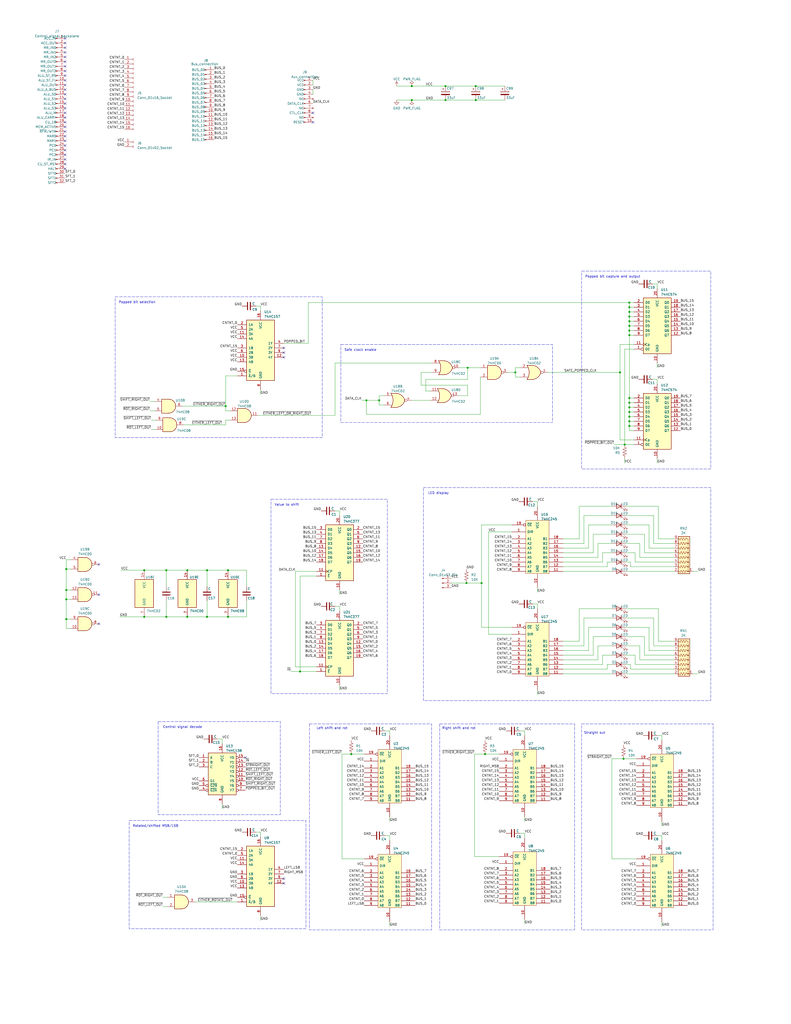
<source format=kicad_sch>
(kicad_sch (version 20230121) (generator eeschema)
  (paper "C" portrait)
  (junction (at 343.535 170.18))
  (junction (at 163.83 366.395))
  (junction (at 262.89 318.135))
  (junction (at 78.74 311.15))
  (junction (at 36.195 327.025))
  (junction (at 102.235 336.55))
  (junction (at 243.205 54.61))
  (junction (at 255.27 200.66))
  (junction (at 338.455 203.2))
  (junction (at 343.535 182.88))
  (junction (at 343.535 175.26))
  (junction (at 343.535 232.41))
  (junction (at 343.535 217.17))
  (junction (at 281.305 203.2))
  (junction (at 36.195 337.82))
  (junction (at 224.79 54.61))
  (junction (at 343.535 167.64))
  (junction (at 124.46 336.55))
  (junction (at 90.805 336.55))
  (junction (at 36.195 321.945))
  (junction (at 340.995 242.57))
  (junction (at 343.535 222.25))
  (junction (at 102.235 311.15))
  (junction (at 343.535 227.33))
  (junction (at 243.205 46.99))
  (junction (at 340.36 414.02))
  (junction (at 254.635 318.135))
  (junction (at 343.535 229.87))
  (junction (at 207.01 218.44))
  (junction (at 343.535 177.8))
  (junction (at 343.535 165.1))
  (junction (at 259.715 46.99))
  (junction (at 191.77 411.48))
  (junction (at 124.46 311.15))
  (junction (at 259.715 54.61))
  (junction (at 113.03 336.55))
  (junction (at 78.74 336.55))
  (junction (at 264.795 411.48))
  (junction (at 36.195 310.515))
  (junction (at 343.535 224.79))
  (junction (at 224.79 46.99))
  (junction (at 123.19 221.615))
  (junction (at 343.535 172.72))
  (junction (at 200.025 218.44))
  (junction (at 90.805 311.15))
  (junction (at 343.535 219.71))
  (junction (at 113.03 311.15))
  (junction (at 343.535 180.34))
  (no_connect (at 35.56 66.675))
  (no_connect (at 154.94 189.865))
  (no_connect (at 35.56 38.735))
  (no_connect (at 35.56 33.655))
  (no_connect (at 35.56 26.035))
  (no_connect (at 53.975 324.485))
  (no_connect (at 35.56 53.975))
  (no_connect (at 35.56 28.575))
  (no_connect (at 35.56 61.595))
  (no_connect (at 154.94 192.405))
  (no_connect (at 35.56 71.755))
  (no_connect (at 154.94 479.425))
  (no_connect (at 35.56 69.215))
  (no_connect (at 35.56 86.995))
  (no_connect (at 35.56 89.535))
  (no_connect (at 133.985 413.385))
  (no_connect (at 35.56 92.075))
  (no_connect (at 35.56 46.355))
  (no_connect (at 53.975 340.36))
  (no_connect (at 154.94 194.945))
  (no_connect (at 35.56 36.195))
  (no_connect (at 35.56 48.895))
  (no_connect (at 170.815 66.675))
  (no_connect (at 35.56 59.055))
  (no_connect (at 35.56 41.275))
  (no_connect (at 35.56 43.815))
  (no_connect (at 35.56 79.375))
  (no_connect (at 170.815 61.595))
  (no_connect (at 35.56 23.495))
  (no_connect (at 154.94 481.965))
  (no_connect (at 35.56 20.955))
  (no_connect (at 35.56 84.455))
  (no_connect (at 35.56 76.835))
  (no_connect (at 35.56 51.435))
  (no_connect (at 35.56 64.135))
  (no_connect (at 35.56 56.515))
  (no_connect (at 53.975 307.975))
  (no_connect (at 35.56 81.915))
  (no_connect (at 35.56 74.295))
  (no_connect (at 35.56 31.115))
  (wire (pts (xy 359.41 332.105) (xy 359.41 349.885)))
  (wire (pts (xy 343.535 227.33) (xy 343.535 229.87)))
  (wire (pts (xy 243.205 46.99) (xy 259.715 46.99)))
  (wire (pts (xy 328.93 301.625) (xy 328.93 306.705)))
  (wire (pts (xy 259.08 467.36) (xy 272.415 467.36)))
  (wire (pts (xy 343.535 219.71) (xy 343.535 217.17)))
  (wire (pts (xy 134.62 336.55) (xy 134.62 327.66)))
  (wire (pts (xy 359.41 349.885) (xy 368.3 349.885)))
  (wire (pts (xy 172.72 314.325) (xy 163.83 314.325)))
  (wire (pts (xy 356.87 281.305) (xy 341.63 281.305)))
  (wire (pts (xy 36.195 310.515) (xy 38.735 310.515)))
  (wire (pts (xy 335.28 242.57) (xy 340.995 242.57)))
  (wire (pts (xy 246.38 318.135) (xy 254.635 318.135)))
  (wire (pts (xy 343.535 224.79) (xy 343.535 227.33)))
  (wire (pts (xy 113.03 336.55) (xy 124.46 336.55)))
  (wire (pts (xy 161.29 363.855) (xy 161.29 311.785)))
  (wire (pts (xy 361.315 502.92) (xy 361.315 505.46)))
  (wire (pts (xy 316.23 349.885) (xy 316.23 332.105)))
  (wire (pts (xy 326.39 296.545) (xy 334.01 296.545)))
  (wire (pts (xy 207.01 220.98) (xy 207.01 218.44)))
  (wire (pts (xy 334.01 301.625) (xy 328.93 301.625)))
  (wire (pts (xy 142.24 454.025) (xy 139.7 454.025)))
  (wire (pts (xy 346.075 170.18) (xy 343.535 170.18)))
  (wire (pts (xy 129.54 205.105) (xy 123.19 205.105)))
  (wire (pts (xy 351.79 301.625) (xy 351.79 291.465)))
  (wire (pts (xy 368.3 362.585) (xy 346.71 362.585)))
  (wire (pts (xy 259.715 54.61) (xy 275.59 54.61)))
  (wire (pts (xy 293.37 276.225) (xy 293.37 273.685)))
  (wire (pts (xy 323.85 357.505) (xy 307.34 357.505)))
  (wire (pts (xy 307.34 367.665) (xy 334.01 367.665)))
  (wire (pts (xy 358.775 207.01) (xy 356.235 207.01)))
  (wire (pts (xy 293.37 332.105) (xy 293.37 329.565)))
  (wire (pts (xy 331.47 365.125) (xy 331.47 362.585)))
  (wire (pts (xy 255.27 200.66) (xy 255.27 207.01)))
  (wire (pts (xy 186.69 468.63) (xy 198.755 468.63)))
  (wire (pts (xy 358.775 198.12) (xy 358.775 200.66)))
  (wire (pts (xy 354.33 354.965) (xy 368.3 354.965)))
  (wire (pts (xy 351.79 347.345) (xy 341.63 347.345)))
  (wire (pts (xy 124.46 336.55) (xy 134.62 336.55)))
  (wire (pts (xy 318.77 296.545) (xy 307.34 296.545)))
  (wire (pts (xy 283.845 200.66) (xy 281.305 200.66)))
  (wire (pts (xy 346.075 177.8) (xy 343.535 177.8)))
  (wire (pts (xy 212.725 398.78) (xy 210.185 398.78)))
  (wire (pts (xy 358.775 250.19) (xy 358.775 252.73)))
  (wire (pts (xy 343.535 180.34) (xy 343.535 177.8)))
  (wire (pts (xy 343.535 222.25) (xy 346.075 222.25)))
  (wire (pts (xy 88.9 489.585) (xy 91.44 489.585)))
  (wire (pts (xy 185.42 278.765) (xy 182.88 278.765)))
  (wire (pts (xy 200.025 226.06) (xy 262.255 226.06)))
  (wire (pts (xy 334.01 291.465) (xy 323.85 291.465)))
  (wire (pts (xy 243.205 54.61) (xy 259.715 54.61)))
  (wire (pts (xy 106.68 492.125) (xy 129.54 492.125)))
  (wire (pts (xy 255.27 210.185) (xy 255.27 215.9)))
  (wire (pts (xy 351.79 291.465) (xy 341.63 291.465)))
  (wire (pts (xy 123.19 224.155) (xy 125.73 224.155)))
  (wire (pts (xy 216.535 46.99) (xy 224.79 46.99)))
  (wire (pts (xy 307.34 349.885) (xy 316.23 349.885)))
  (wire (pts (xy 279.4 342.265) (xy 262.89 342.265)))
  (wire (pts (xy 293.37 376.555) (xy 293.37 379.095)))
  (wire (pts (xy 78.74 311.15) (xy 90.805 311.15)))
  (wire (pts (xy 90.805 327.66) (xy 90.805 336.55)))
  (wire (pts (xy 351.79 357.505) (xy 351.79 347.345)))
  (wire (pts (xy 378.46 367.665) (xy 381 367.665)))
  (wire (pts (xy 359.41 276.225) (xy 359.41 294.005)))
  (wire (pts (xy 81.915 219.075) (xy 84.455 219.075)))
  (wire (pts (xy 343.535 182.88) (xy 343.535 180.34)))
  (wire (pts (xy 172.72 363.855) (xy 161.29 363.855)))
  (wire (pts (xy 262.89 342.265) (xy 262.89 318.135)))
  (wire (pts (xy 323.85 347.345) (xy 323.85 357.505)))
  (wire (pts (xy 343.535 182.88) (xy 343.535 217.17)))
  (wire (pts (xy 316.23 294.005) (xy 316.23 276.225)))
  (wire (pts (xy 368.3 301.625) (xy 351.79 301.625)))
  (wire (pts (xy 224.79 218.44) (xy 234.95 218.44)))
  (wire (pts (xy 286.385 445.77) (xy 286.385 448.31)))
  (wire (pts (xy 334.01 347.345) (xy 323.85 347.345)))
  (wire (pts (xy 307.34 365.125) (xy 331.47 365.125)))
  (wire (pts (xy 185.42 281.305) (xy 185.42 278.765)))
  (wire (pts (xy 361.315 458.47) (xy 361.315 455.93)))
  (wire (pts (xy 343.535 224.79) (xy 346.075 224.79)))
  (wire (pts (xy 209.55 220.98) (xy 207.01 220.98)))
  (wire (pts (xy 286.385 501.65) (xy 286.385 504.19)))
  (wire (pts (xy 185.42 374.015) (xy 185.42 376.555)))
  (wire (pts (xy 307.34 304.165) (xy 326.39 304.165)))
  (wire (pts (xy 361.315 448.31) (xy 361.315 450.85)))
  (wire (pts (xy 343.535 172.72) (xy 343.535 170.18)))
  (wire (pts (xy 272.415 411.48) (xy 264.795 411.48)))
  (wire (pts (xy 356.87 296.545) (xy 356.87 281.305)))
  (wire (pts (xy 356.87 337.185) (xy 341.63 337.185)))
  (wire (pts (xy 343.535 227.33) (xy 346.075 227.33)))
  (wire (pts (xy 125.73 229.235) (xy 123.19 229.235)))
  (wire (pts (xy 170.815 48.895) (xy 170.815 51.435)))
  (wire (pts (xy 212.725 455.93) (xy 210.185 455.93)))
  (wire (pts (xy 229.87 203.2) (xy 229.87 210.185)))
  (wire (pts (xy 36.195 305.435) (xy 38.735 305.435)))
  (wire (pts (xy 340.36 414.02) (xy 334.01 414.02)))
  (wire (pts (xy 307.34 294.005) (xy 316.23 294.005)))
  (wire (pts (xy 358.775 209.55) (xy 358.775 207.01)))
  (wire (pts (xy 343.535 170.18) (xy 343.535 167.64)))
  (wire (pts (xy 349.25 304.165) (xy 368.3 304.165)))
  (wire (pts (xy 328.93 362.585) (xy 307.34 362.585)))
  (wire (pts (xy 121.285 403.225) (xy 118.745 403.225)))
  (wire (pts (xy 168.275 187.325) (xy 154.94 187.325)))
  (wire (pts (xy 88.9 494.665) (xy 91.44 494.665)))
  (wire (pts (xy 163.83 314.325) (xy 163.83 366.395)))
  (wire (pts (xy 343.535 229.87) (xy 343.535 232.41)))
  (wire (pts (xy 341.63 362.585) (xy 344.17 362.585)))
  (wire (pts (xy 343.535 232.41) (xy 346.075 232.41)))
  (wire (pts (xy 200.025 218.44) (xy 200.025 226.06)))
  (wire (pts (xy 323.85 291.465) (xy 323.85 301.625)))
  (wire (pts (xy 341.63 311.785) (xy 368.3 311.785)))
  (wire (pts (xy 343.535 175.26) (xy 343.535 172.72)))
  (wire (pts (xy 368.3 352.425) (xy 356.87 352.425)))
  (wire (pts (xy 207.01 218.44) (xy 207.01 215.9)))
  (wire (pts (xy 326.39 352.425) (xy 334.01 352.425)))
  (wire (pts (xy 338.455 187.96) (xy 338.455 203.2)))
  (wire (pts (xy 259.715 46.99) (xy 275.59 46.99)))
  (wire (pts (xy 90.805 311.15) (xy 90.805 320.04)))
  (wire (pts (xy 349.25 352.425) (xy 349.25 360.045)))
  (wire (pts (xy 185.42 333.375) (xy 185.42 330.835)))
  (wire (pts (xy 250.825 200.66) (xy 255.27 200.66)))
  (wire (pts (xy 368.3 296.545) (xy 356.87 296.545)))
  (wire (pts (xy 255.27 207.01) (xy 232.41 207.01)))
  (wire (pts (xy 90.805 336.55) (xy 102.235 336.55)))
  (wire (pts (xy 158.75 366.395) (xy 163.83 366.395)))
  (wire (pts (xy 316.23 332.105) (xy 334.01 332.105)))
  (wire (pts (xy 102.235 336.55) (xy 113.03 336.55)))
  (wire (pts (xy 346.71 301.625) (xy 341.63 301.625)))
  (wire (pts (xy 344.17 309.245) (xy 368.3 309.245)))
  (wire (pts (xy 341.63 332.105) (xy 359.41 332.105)))
  (wire (pts (xy 354.33 286.385) (xy 354.33 299.085)))
  (wire (pts (xy 328.93 306.705) (xy 307.34 306.705)))
  (wire (pts (xy 36.195 305.435) (xy 36.195 310.515)))
  (wire (pts (xy 264.795 411.48) (xy 259.08 411.48)))
  (wire (pts (xy 266.7 290.195) (xy 266.7 346.075)))
  (wire (pts (xy 358.775 157.48) (xy 358.775 154.94)))
  (wire (pts (xy 36.195 327.025) (xy 36.195 337.82)))
  (wire (pts (xy 341.63 342.265) (xy 354.33 342.265)))
  (wire (pts (xy 36.195 321.945) (xy 38.735 321.945)))
  (wire (pts (xy 191.77 411.48) (xy 198.755 411.48)))
  (wire (pts (xy 346.71 306.705) (xy 346.71 301.625)))
  (wire (pts (xy 346.075 187.96) (xy 338.455 187.96)))
  (wire (pts (xy 186.69 411.48) (xy 186.69 468.63)))
  (wire (pts (xy 286.385 457.2) (xy 286.385 454.66)))
  (wire (pts (xy 65.405 336.55) (xy 78.74 336.55)))
  (wire (pts (xy 338.455 203.2) (xy 338.455 240.03)))
  (wire (pts (xy 358.775 154.94) (xy 356.235 154.94)))
  (wire (pts (xy 326.39 304.165) (xy 326.39 296.545)))
  (wire (pts (xy 346.71 357.505) (xy 341.63 357.505)))
  (wire (pts (xy 293.37 329.565) (xy 290.83 329.565)))
  (wire (pts (xy 346.075 190.5) (xy 340.995 190.5)))
  (wire (pts (xy 212.725 445.77) (xy 212.725 448.31)))
  (wire (pts (xy 346.075 165.1) (xy 343.535 165.1)))
  (wire (pts (xy 134.62 311.15) (xy 134.62 320.04)))
  (wire (pts (xy 343.535 232.41) (xy 343.535 234.95)))
  (wire (pts (xy 124.46 311.15) (xy 134.62 311.15)))
  (wire (pts (xy 36.195 321.945) (xy 36.195 327.025)))
  (wire (pts (xy 307.34 311.785) (xy 334.01 311.785)))
  (wire (pts (xy 349.25 360.045) (xy 368.3 360.045)))
  (wire (pts (xy 142.24 456.565) (xy 142.24 454.025)))
  (wire (pts (xy 266.7 346.075) (xy 279.4 346.075)))
  (wire (pts (xy 368.3 306.705) (xy 346.71 306.705)))
  (wire (pts (xy 142.24 169.545) (xy 142.24 167.005)))
  (wire (pts (xy 161.29 311.785) (xy 172.72 311.785)))
  (wire (pts (xy 318.77 352.425) (xy 307.34 352.425)))
  (wire (pts (xy 344.17 362.585) (xy 344.17 365.125)))
  (wire (pts (xy 279.4 290.195) (xy 266.7 290.195)))
  (wire (pts (xy 341.63 367.665) (xy 368.3 367.665)))
  (wire (pts (xy 293.37 320.675) (xy 293.37 323.215)))
  (wire (pts (xy 99.695 221.615) (xy 123.19 221.615)))
  (wire (pts (xy 378.46 311.785) (xy 381 311.785)))
  (wire (pts (xy 286.385 401.32) (xy 286.385 398.78)))
  (wire (pts (xy 81.915 224.155) (xy 84.455 224.155)))
  (wire (pts (xy 307.34 360.045) (xy 326.39 360.045)))
  (wire (pts (xy 121.285 405.765) (xy 121.285 403.225)))
  (wire (pts (xy 318.77 337.185) (xy 318.77 352.425)))
  (wire (pts (xy 321.31 299.085) (xy 321.31 286.385)))
  (wire (pts (xy 343.535 217.17) (xy 346.075 217.17)))
  (wire (pts (xy 343.535 167.64) (xy 343.535 165.1)))
  (wire (pts (xy 318.77 281.305) (xy 318.77 296.545)))
  (wire (pts (xy 185.42 321.945) (xy 185.42 324.485)))
  (wire (pts (xy 331.47 306.705) (xy 334.01 306.705)))
  (wire (pts (xy 368.3 357.505) (xy 351.79 357.505)))
  (wire (pts (xy 232.41 207.01) (xy 232.41 213.36)))
  (wire (pts (xy 254.635 318.135) (xy 262.89 318.135)))
  (wire (pts (xy 235.585 198.12) (xy 182.88 198.12)))
  (wire (pts (xy 255.27 215.9) (xy 250.19 215.9)))
  (wire (pts (xy 347.345 414.02) (xy 340.36 414.02)))
  (wire (pts (xy 321.31 286.385) (xy 334.01 286.385)))
  (wire (pts (xy 163.83 366.395) (xy 172.72 366.395)))
  (wire (pts (xy 36.195 310.515) (xy 36.195 321.945)))
  (wire (pts (xy 255.27 200.66) (xy 262.255 200.66)))
  (wire (pts (xy 344.17 306.705) (xy 344.17 309.245)))
  (wire (pts (xy 36.195 327.025) (xy 38.735 327.025)))
  (wire (pts (xy 343.535 229.87) (xy 346.075 229.87)))
  (wire (pts (xy 341.63 296.545) (xy 349.25 296.545)))
  (wire (pts (xy 113.03 327.66) (xy 113.03 336.55)))
  (wire (pts (xy 142.24 167.005) (xy 139.7 167.005)))
  (wire (pts (xy 349.25 296.545) (xy 349.25 304.165)))
  (wire (pts (xy 216.535 54.61) (xy 224.79 54.61)))
  (wire (pts (xy 359.41 294.005) (xy 368.3 294.005)))
  (wire (pts (xy 341.63 286.385) (xy 354.33 286.385)))
  (wire (pts (xy 168.275 165.1) (xy 168.275 187.325)))
  (wire (pts (xy 331.47 362.585) (xy 334.01 362.585)))
  (wire (pts (xy 341.63 352.425) (xy 349.25 352.425)))
  (wire (pts (xy 361.315 403.86) (xy 361.315 401.32)))
  (wire (pts (xy 90.805 311.15) (xy 102.235 311.15)))
  (wire (pts (xy 316.23 276.225) (xy 334.01 276.225)))
  (wire (pts (xy 346.075 219.71) (xy 343.535 219.71)))
  (wire (pts (xy 182.88 198.12) (xy 182.88 226.695)))
  (wire (pts (xy 262.89 318.135) (xy 262.89 286.385)))
  (wire (pts (xy 66.04 311.15) (xy 78.74 311.15)))
  (wire (pts (xy 346.075 175.26) (xy 343.535 175.26)))
  (wire (pts (xy 121.285 438.785) (xy 121.285 441.325)))
  (wire (pts (xy 224.79 54.61) (xy 243.205 54.61)))
  (wire (pts (xy 334.01 357.505) (xy 328.93 357.505)))
  (wire (pts (xy 361.315 401.32) (xy 358.775 401.32)))
  (wire (pts (xy 340.995 252.73) (xy 340.995 250.19)))
  (wire (pts (xy 123.19 229.235) (xy 123.19 231.775)))
  (wire (pts (xy 346.075 172.72) (xy 343.535 172.72)))
  (wire (pts (xy 286.385 454.66) (xy 283.845 454.66)))
  (wire (pts (xy 142.24 499.745) (xy 142.24 502.285)))
  (wire (pts (xy 343.535 177.8) (xy 343.535 175.26)))
  (wire (pts (xy 113.03 311.15) (xy 124.46 311.15)))
  (wire (pts (xy 262.255 226.06) (xy 262.255 205.74)))
  (wire (pts (xy 212.725 458.47) (xy 212.725 455.93)))
  (wire (pts (xy 321.31 354.965) (xy 321.31 342.265)))
  (wire (pts (xy 334.01 337.185) (xy 318.77 337.185)))
  (wire (pts (xy 100.33 231.775) (xy 123.19 231.775)))
  (wire (pts (xy 102.235 311.15) (xy 113.03 311.15)))
  (wire (pts (xy 321.31 342.265) (xy 334.01 342.265)))
  (wire (pts (xy 341.63 276.225) (xy 359.41 276.225)))
  (wire (pts (xy 354.33 299.085) (xy 368.3 299.085)))
  (wire (pts (xy 343.535 222.25) (xy 343.535 224.79)))
  (wire (pts (xy 259.08 411.48) (xy 259.08 467.36)))
  (wire (pts (xy 346.71 362.585) (xy 346.71 357.505)))
  (wire (pts (xy 212.725 401.32) (xy 212.725 398.78)))
  (wire (pts (xy 341.63 306.705) (xy 344.17 306.705)))
  (wire (pts (xy 299.085 203.2) (xy 338.455 203.2)))
  (wire (pts (xy 331.47 309.245) (xy 331.47 306.705)))
  (wire (pts (xy 123.19 205.105) (xy 123.19 221.615)))
  (wire (pts (xy 36.195 337.82) (xy 36.195 342.9)))
  (wire (pts (xy 200.025 218.44) (xy 207.01 218.44)))
  (wire (pts (xy 142.24 212.725) (xy 142.24 215.265)))
  (wire (pts (xy 113.03 311.15) (xy 113.03 320.04)))
  (wire (pts (xy 346.075 167.64) (xy 343.535 167.64)))
  (wire (pts (xy 140.97 226.695) (xy 182.88 226.695)))
  (wire (pts (xy 82.55 234.315) (xy 85.09 234.315)))
  (wire (pts (xy 170.815 43.815) (xy 170.815 46.355)))
  (wire (pts (xy 123.19 221.615) (xy 123.19 224.155)))
  (wire (pts (xy 307.34 309.245) (xy 331.47 309.245)))
  (wire (pts (xy 354.33 342.265) (xy 354.33 354.965)))
  (wire (pts (xy 197.485 218.44) (xy 200.025 218.44)))
  (wire (pts (xy 286.385 398.78) (xy 283.845 398.78)))
  (wire (pts (xy 334.01 281.305) (xy 318.77 281.305)))
  (wire (pts (xy 207.01 215.9) (xy 209.55 215.9)))
  (wire (pts (xy 36.195 342.9) (xy 38.735 342.9)))
  (wire (pts (xy 307.34 299.085) (xy 321.31 299.085)))
  (wire (pts (xy 343.535 219.71) (xy 343.535 222.25)))
  (wire (pts (xy 212.725 502.92) (xy 212.725 505.46)))
  (wire (pts (xy 344.17 365.125) (xy 368.3 365.125)))
  (wire (pts (xy 338.455 240.03) (xy 346.075 240.03)))
  (wire (pts (xy 323.85 301.625) (xy 307.34 301.625)))
  (wire (pts (xy 346.075 180.34) (xy 343.535 180.34)))
  (wire (pts (xy 235.585 203.2) (xy 229.87 203.2)))
  (wire (pts (xy 334.01 468.63) (xy 347.345 468.63)))
  (wire (pts (xy 281.305 200.66) (xy 281.305 203.2)))
  (wire (pts (xy 343.535 234.95) (xy 346.075 234.95)))
  (wire (pts (xy 307.34 354.965) (xy 321.31 354.965)))
  (wire (pts (xy 281.305 205.74) (xy 283.845 205.74)))
  (wire (pts (xy 326.39 360.045) (xy 326.39 352.425)))
  (wire (pts (xy 186.69 411.48) (xy 191.77 411.48)))
  (wire (pts (xy 78.74 336.55) (xy 90.805 336.55)))
  (wire (pts (xy 82.55 229.235) (xy 85.09 229.235)))
  (wire (pts (xy 168.275 165.1) (xy 343.535 165.1)))
  (wire (pts (xy 340.995 242.57) (xy 346.075 242.57)))
  (wire (pts (xy 328.93 357.505) (xy 328.93 362.585)))
  (wire (pts (xy 262.89 286.385) (xy 279.4 286.385)))
  (wire (pts (xy 293.37 273.685) (xy 290.83 273.685)))
  (wire (pts (xy 281.305 203.2) (xy 281.305 205.74)))
  (wire (pts (xy 232.41 213.36) (xy 234.95 213.36)))
  (wire (pts (xy 277.495 203.2) (xy 281.305 203.2)))
  (wire (pts (xy 346.075 182.88) (xy 343.535 182.88)))
  (wire (pts (xy 229.87 210.185) (xy 255.27 210.185)))
  (wire (pts (xy 185.42 330.835) (xy 182.88 330.835)))
  (wire (pts (xy 224.79 46.99) (xy 243.205 46.99)))
  (wire (pts (xy 36.195 337.82) (xy 38.735 337.82)))
  (wire (pts (xy 361.315 455.93) (xy 358.775 455.93)))
  (wire (pts (xy 340.995 190.5) (xy 340.995 242.57)))
  (wire (pts (xy 356.87 352.425) (xy 356.87 337.185)))
  (wire (pts (xy 334.01 414.02) (xy 334.01 468.63)))
  (rectangle (start 147.955 272.415) (end 211.455 378.46) (stroke (width 0) (type dash)))
  (rectangle (start 62.865 161.925) (end 175.895 238.76) (stroke (width 0) (type dash)))
  (rectangle (start 317.5 147.955) (end 387.985 255.905) (stroke (width 0) (type dash)))
  (rectangle (start 70.485 447.675) (end 167.005 506.73) (stroke (width 0) (type dash)))
  (rectangle (start 186.055 187.96) (end 301.625 230.505) (stroke (width 0) (type dash)))
  (rectangle (start 168.91 394.97) (end 235.585 507.365) (stroke (width 0) (type dash)))
  (rectangle (start 240.03 394.97) (end 313.69 507.365) (stroke (width 0) (type dash)))
  (rectangle (start 86.36 393.7) (end 153.035 444.5) (stroke (width 0) (type dash)))
  (rectangle (start 231.14 266.065) (end 387.985 382.27) (stroke (width 0) (type dash)))
  (rectangle (start 317.5 394.97) (end 389.255 507.365) (stroke (width 0) (type dash)))
  (text "Control signal decode" (at 88.9 397.51 0) (effects (font (size 1.27 1.27)) (justify left bottom)))
  (text "Safe clock enable" (at 187.96 191.77 0) (effects (font (size 1.27 1.27)) (justify left bottom)))
  (text "Value to shift" (at 149.86 276.225 0) (effects (font (size 1.27 1.27)) (justify left bottom)))
  (text "Rotated/shifted MSB/LSB" (at 72.39 451.485 0) (effects (font (size 1.27 1.27)) (justify left bottom)))
  (text "Left shift and rot" (at 172.72 398.145 0) (effects (font (size 1.27 1.27)) (justify left bottom)))
  (text "Straight out" (at 318.77 400.685 0) (effects (font (size 1.27 1.27)) (justify left bottom)))
  (text "Right shift and rot" (at 241.3 398.145 0) (effects (font (size 1.27 1.27)) (justify left bottom)))
  (text "LED display" (at 233.68 269.875 0) (effects (font (size 1.27 1.27)) (justify left bottom)))
  (text "Popped bit capture and output" (at 319.405 151.765 0) (effects (font (size 1.27 1.27)) (justify left bottom)))
  (text "Popped bit selection" (at 64.77 165.735 0) (effects (font (size 1.27 1.27)) (justify left bottom)))
  (label "CNTNT_13" (at 198.755 421.64 180))
  (label "BUS_10" (at 172.72 301.625 180))
  (label "BUS_6" (at 371.475 219.71 0))
  (label "VCC" (at 361.315 401.32 0))
  (label "BUS_7" (at 226.695 476.25 0))
  (label "GND" (at 111.125 403.225 180))
  (label "BUS_14" (at 371.475 167.64 0))
  (label "CNTNT_1" (at 198.12 348.615 0))
  (label "CNTNT_15" (at 198.12 288.925 0))
  (label "CNTNT_8" (at 67.945 52.705 180))
  (label "~{STRAIGHT_OUT}" (at 133.985 418.465 0))
  (label "GND" (at 232.41 54.61 0))
  (label "BUS_9" (at 371.475 180.34 0))
  (label "BUS_7" (at 371.475 217.17 0))
  (label "BUS_15" (at 226.695 419.1 0))
  (label "BUS_7" (at 172.72 340.995 180))
  (label "CNTNT_4" (at 67.945 42.545 180))
  (label "CNTNT_0" (at 279.4 367.665 180))
  (label "~{EITHER_LEFT_OR_RIGHT_OUT}" (at 143.51 226.695 0))
  (label "BUS_3" (at 116.84 45.72 0))
  (label "~{EITHER_RIGHT_OUT}" (at 259.08 411.48 180))
  (label "VCC" (at 67.945 77.47 180))
  (label "BUS_6" (at 375.285 478.79 0))
  (label "CNTNT_10" (at 67.945 57.785 180))
  (label "CNTNT_3" (at 279.4 360.045 180))
  (label "~{SHIFT_RIGHT_OUT}" (at 133.985 428.625 0))
  (label "LEFT_LSB" (at 154.94 474.345 0))
  (label "GND" (at 351.155 455.93 180))
  (label "CNTNT_2" (at 347.345 488.95 180))
  (label "BUS_1" (at 226.695 491.49 0))
  (label "BUS_3" (at 226.695 486.41 0))
  (label "GND" (at 142.24 215.265 0))
  (label "GND" (at 129.54 202.565 180))
  (label "BUS_15" (at 172.72 288.925 180))
  (label "BUS_13" (at 375.285 426.72 0))
  (label "CNTNT_3" (at 198.12 346.075 0))
  (label "VCC" (at 212.725 455.93 0))
  (label "CNTNT_8" (at 198.12 299.085 0))
  (label "BUS_3" (at 375.285 486.41 0))
  (label "BUS_7" (at 116.84 55.88 0))
  (label "VCC" (at 129.54 481.965 180))
  (label "GND" (at 129.54 489.585 180))
  (label "CNTNT_10" (at 279.4 306.705 180))
  (label "CNTNT_0" (at 129.54 466.725 180))
  (label "GND" (at 185.42 376.555 0))
  (label "CNTNT_9" (at 198.12 296.545 0))
  (label "CNTNT_8" (at 279.4 311.785 180))
  (label "CNTNT_13" (at 67.945 65.405 180))
  (label "BUS_9" (at 116.84 60.96 0))
  (label "RIGHT_MSB" (at 154.94 476.885 0))
  (label "BUS_3" (at 300.355 485.14 0))
  (label "SAFE_POPPED_CLK" (at 307.975 203.2 0))
  (label "BUS_1" (at 116.84 40.64 0))
  (label "GND" (at 254.635 310.515 0))
  (label "DATA_CLK" (at 197.485 218.44 180))
  (label "GND" (at 381 311.785 0))
  (label "BUS_14" (at 300.355 421.64 0))
  (label "SFT_2" (at 108.585 418.465 180))
  (label "BUS_6" (at 116.84 53.34 0))
  (label "BUS_8" (at 300.355 436.88 0))
  (label "BUS_9" (at 375.285 436.88 0))
  (label "BUS_0" (at 226.695 494.03 0))
  (label "BUS_11" (at 371.475 175.26 0))
  (label "BUS_12" (at 371.475 172.72 0))
  (label "BUS_2" (at 226.695 488.95 0))
  (label "CNTNT_0" (at 347.345 494.03 180))
  (label "CNTNT_15" (at 129.54 464.185 180))
  (label "GND" (at 276.225 454.66 180))
  (label "BUS_4" (at 375.285 483.87 0))
  (label "CNTNT_6" (at 272.415 480.06 180))
  (label "~{SHIFT_RIGHT_OUT}" (at 81.915 219.075 180))
  (label "CNTNT_7" (at 198.12 340.995 0))
  (label "SFT_2" (at 35.56 99.695 0))
  (label "VCC" (at 142.24 454.025 0))
  (label "VCC" (at 212.725 398.78 0))
  (label "BUS_9" (at 226.695 434.34 0))
  (label "BUS_8" (at 116.84 58.42 0))
  (label "CNTNT_11" (at 67.945 60.325 180))
  (label "CNTNT_6" (at 279.4 352.425 180))
  (label "LEFT_LSB" (at 198.755 494.03 180))
  (label "BUS_8" (at 172.72 299.085 180))
  (label "VCC" (at 361.315 455.93 0))
  (label "VCC" (at 108.585 426.085 180))
  (label "VCC" (at 129.54 184.785 180))
  (label "BUS_4" (at 172.72 356.235 180))
  (label "BUS_6" (at 226.695 478.79 0))
  (label "DATA_CLK" (at 161.29 311.785 180))
  (label "VCC" (at 121.285 403.225 0))
  (label "GND" (at 185.42 324.485 0))
  (label "CNTNT_1" (at 67.945 34.925 180))
  (label "CNTNT_5" (at 279.4 354.965 180))
  (label "BUS_13" (at 371.475 170.18 0))
  (label "CNTNT_10" (at 198.755 429.26 180))
  (label "GND" (at 348.615 207.01 180))
  (label "VCC" (at 36.195 305.435 180))
  (label "GND" (at 293.37 379.095 0))
  (label "BUS_2" (at 371.475 229.87 0))
  (label "CNTNT_14" (at 279.4 296.545 180))
  (label "GND" (at 108.585 428.625 180))
  (label "VCC" (at 232.41 46.99 0))
  (label "BUS_3" (at 371.475 227.33 0))
  (label "GND" (at 361.315 450.85 0))
  (label "CNTNT_5" (at 198.12 343.535 0))
  (label "~{EITHER_RIGHT_OUT}" (at 105.41 221.615 0))
  (label "GND" (at 175.26 278.765 180))
  (label "CNTNT_8" (at 198.755 434.34 180))
  (label "SFT_1" (at 35.56 97.155 0))
  (label "VCC" (at 129.54 192.405 180))
  (label "CNTNT_12" (at 198.12 304.165 0))
  (label "GND" (at 212.725 448.31 0))
  (label "BUS_9" (at 172.72 296.545 180))
  (label "CNTNT_10" (at 347.345 434.34 180))
  (label "VCC" (at 266.7 290.195 0))
  (label "CNTNT_15" (at 279.4 294.005 180))
  (label "CNTNT_12" (at 67.945 62.865 180))
  (label "VCC" (at 358.775 207.01 0))
  (label "CNTNT_3" (at 347.345 486.41 180))
  (label "BUS_14" (at 375.285 424.18 0))
  (label "BUS_2" (at 300.355 487.68 0))
  (label "CNTNT_4" (at 198.755 481.33 180))
  (label "CNTNT_2" (at 272.415 490.22 180))
  (label "CNTNT_7" (at 279.4 349.885 180))
  (label "GND" (at 358.775 252.73 0))
  (label "BUS_7" (at 375.285 476.25 0))
  (label "BUS_12" (at 172.72 304.165 180))
  (label "CNTNT_15" (at 272.415 421.64 180))
  (label "~{ROT_RIGHT_OUT}" (at 81.915 224.155 180))
  (label "GND" (at 175.26 330.835 180))
  (label "~{SHIFT_LEFT_OUT}" (at 82.55 229.235 180))
  (label "BUS_5" (at 300.355 480.06 0))
  (label "GND" (at 129.54 479.425 180))
  (label "CNTNT_9" (at 279.4 309.245 180))
  (label "BUS_9" (at 300.355 434.34 0))
  (label "VCC" (at 170.815 43.815 0))
  (label "VCC" (at 272.415 471.17 180))
  (label "BUS_5" (at 226.695 481.33 0))
  (label "CNTNT_4" (at 272.415 485.14 180))
  (label "CNTNT_5" (at 272.415 482.6 180))
  (label "~{POPPED_BIT_OUT}" (at 133.985 431.165 0))
  (label "VCC" (at 129.54 182.245 180))
  (label "~{EITHER_ROTATE_OUT}" (at 107.95 492.125 0))
  (label "VCC" (at 340.36 406.4 0))
  (label "BUS_15" (at 375.285 421.64 0))
  (label "BUS_5" (at 172.72 343.535 180))
  (label "VCC" (at 246.38 315.595 0))
  (label "~{ROT_LEFT_OUT}" (at 133.985 421.005 0))
  (label "BUS_1" (at 172.72 348.615 180))
  (label "CNTNT_12" (at 347.345 429.26 180))
  (label "VCC" (at 129.54 197.485 180))
  (label "BUS_15" (at 371.475 165.1 0))
  (label "BUS_10" (at 116.84 63.5 0))
  (label "BUS_11" (at 172.72 294.005 180))
  (label "CNTNT_11" (at 198.755 426.72 180))
  (label "CNTNT_0" (at 67.945 32.385 180))
  (label "VCC" (at 66.04 311.15 0))
  (label "CNTNT_7" (at 67.945 50.165 180))
  (label "~{EITHER_LEFT_OUT}" (at 186.69 411.48 180))
  (label "~{SHIFT_LEFT_OUT}" (at 133.985 423.545 0))
  (label "GND" (at 67.945 80.01 180))
  (label "BUS_12" (at 375.285 429.26 0))
  (label "CNTNT_1" (at 279.4 365.125 180))
  (label "CNTNT_9" (at 198.755 431.8 180))
  (label "GND" (at 348.615 154.94 180))
  (label "CNTNT_6" (at 347.345 478.79 180))
  (label "VCC" (at 347.345 472.44 180))
  (label "VCC" (at 185.42 278.765 0))
  (label "VCC" (at 129.54 471.805 180))
  (label "CNTNT_11" (at 272.415 431.8 180))
  (label "BUS_15" (at 300.355 419.1 0))
  (label "BUS_11" (at 375.285 431.8 0))
  (label "BUS_15" (at 116.84 76.2 0))
  (label "VCC" (at 198.755 472.44 180))
  (label "BUS_3" (at 172.72 346.075 180))
  (label "GND" (at 108.585 431.165 180))
  (label "BUS_1" (at 300.355 490.22 0))
  (label "CNTNT_3" (at 272.415 487.68 180))
  (label "CNTNT_11" (at 347.345 431.8 180))
  (label "GND" (at 129.54 476.885 180))
  (label "BUS_12" (at 116.84 68.58 0))
  (label "GND" (at 283.21 329.565 180))
  (label "CNTNT_15" (at 347.345 421.64 180))
  (label "BUS_11" (at 300.355 429.26 0))
  (label "BUS_4" (at 116.84 48.26 0))
  (label "CNTNT_7" (at 347.345 476.25 180))
  (label "~{EITHER_LEFT_OUT}" (at 104.775 231.775 0))
  (label "CNTNT_5" (at 198.755 478.79 180))
  (label "VCC" (at 129.54 179.705 180))
  (label "DATA_CLK" (at 170.815 56.515 0))
  (label "VCC" (at 198.755 415.29 180))
  (label "BUS_8" (at 375.285 439.42 0))
  (label "CNTNT_3" (at 67.945 40.005 180))
  (label "RIGHT_MSB" (at 272.415 419.1 180))
  (label "~{ROT_LEFT_OUT}" (at 88.9 494.665 180))
  (label "CNTNT_3" (at 198.755 483.87 180))
  (label "BUS_4" (at 300.355 482.6 0))
  (label "CNTNT_1" (at 272.415 492.76 180))
  (label "BUS_0" (at 371.475 234.95 0))
  (label "BUS_2" (at 116.84 43.18 0))
  (label "SFT_0" (at 108.585 413.385 180))
  (label "GND" (at 132.08 454.025 180))
  (label "VCC" (at 129.54 484.505 180))
  (label "~{ROT_RIGHT_OUT}" (at 88.9 489.585 180))
  (label "BUS_14" (at 172.72 306.705 180))
  (label "GND" (at 246.38 320.675 0))
  (label "BUS_1" (at 371.475 232.41 0))
  (label "BUS_1" (at 375.285 491.49 0))
  (label "~{ROT_RIGHT_OUT}" (at 133.985 426.085 0))
  (label "CNTNT_14" (at 347.345 424.18 180))
  (label "BUS_12" (at 226.695 426.72 0))
  (label "BUS_6" (at 300.355 477.52 0))
  (label "BUS_2" (at 375.285 488.95 0))
  (label "CNTNT_2" (at 198.755 486.41 180))
  (label "CNTNT_0" (at 129.54 177.165 180))
  (label "BUS_4" (at 226.695 483.87 0))
  (label "CNTNT_8" (at 347.345 439.42 180))
  (label "BUS_0" (at 116.84 38.1 0))
  (label "VCC" (at 142.24 167.005 0))
  (label "GND" (at 142.24 502.285 0))
  (label "SFT_1" (at 108.585 415.925 180))
  (label "CNTNT_9" (at 67.945 55.245 180))
  (label "CNTNT_4" (at 198.12 356.235 0))
  (label "CNTNT_11" (at 279.4 304.165 180))
  (label "CNTNT_14" (at 67.945 67.945 180))
  (label "BUS_2" (at 172.72 353.695 180))
  (label "CNTNT_6" (at 198.755 476.25 180))
  (label "CNTNT_6" (at 67.945 47.625 180))
  (label "VCC" (at 191.77 403.86 0))
  (label "CNTNT_4" (at 279.4 357.505 180))
  (label "VCC" (at 286.385 454.66 0))
  (label "GND" (at 65.405 336.55 0))
  (label "CNTNT_5" (at 347.345 481.33 180))
  (label "GND" (at 132.08 167.005 180))
  (label "GND" (at 351.155 401.32 180))
  (label "CNTNT_12" (at 279.4 301.625 180))
  (label "BUS_6" (at 172.72 358.775 180))
  (label "~{IN}" (at 158.75 366.395 180))
  (label "BUS_4" (at 371.475 224.79 0))
  (label "BUS_10" (at 375.285 434.34 0))
  (label "VCC" (at 293.37 329.565 0))
  (label "CNTNT_13" (at 347.345 426.72 180))
  (label "CNTNT_13" (at 198.12 291.465 0))
  (label "CNTNT_0" (at 198.12 351.155 0))
  (label "~{IN}" (at 133.985 415.925 0))
  (label "CNTNT_11" (at 198.12 294.005 0))
  (label "GND" (at 121.285 441.325 0))
  (label "VCC" (at 347.345 417.83 180))
  (label "BUS_11" (at 226.695 429.26 0))
  (label "VCC" (at 272.415 415.29 180))
  (label "BUS_8" (at 371.475 182.88 0))
  (label "CNTNT_15" (at 129.54 189.865 180))
  (label "CNTNT_8" (at 272.415 474.98 180))
  (label "CNTNT_9" (at 347.345 436.88 180))
  (label "BUS_14" (at 226.695 421.64 0))
  (label "VCC" (at 129.54 469.265 180))
  (label "CNTNT_13" (at 279.4 299.085 180))
  (label "VCC" (at 358.775 154.94 0))
  (label "CNTNT_12" (at 198.755 424.18 180))
  (label "GND" (at 283.21 273.685 180))
  (label "VCC" (at 185.42 330.835 0))
  (label "VCC" (at 129.54 194.945 180))
  (label "CNTNT_14" (at 272.415 424.18 180))
  (label "BUS_7" (at 300.355 474.98 0))
  (label "GND" (at 286.385 448.31 0))
  (label "CNTNT_13" (at 272.415 426.72 180))
  (label "CNTNT_2" (at 279.4 362.585 180))
  (label "BUS_0" (at 172.72 351.155 180))
  (label "CNTNT_4" (at 347.345 483.87 180))
  (label "CNTNT_5" (at 67.945 45.085 180))
  (label "VCC" (at 264.795 403.86 0))
  (label "CNTNT_7" (at 272.415 477.52 180))
  (label "CNTNT_1" (at 347.345 491.49 180))
  (label "CNTNT_2" (at 67.945 37.465 180))
  (label "BUS_12" (at 300.355 426.72 0))
  (label "CNTNT_6" (at 198.12 358.775 0))
  (label "GND" (at 293.37 323.215 0))
  (label "GND" (at 286.385 504.19 0))
  (label "VCC" (at 293.37 273.685 0))
  (label "BUS_13" (at 226.695 424.18 0))
  (label "POPPED_BIT" (at 154.94 187.325 0))
  (label "~{ROT_LEFT_OUT}" (at 82.55 234.315 180))
  (label "CNTNT_0" (at 198.755 491.49 180))
  (label "CNTNT_12" (at 272.415 429.26 180))
  (label "CNTNT_10" (at 198.12 301.625 0))
  (label "CNTNT_14" (at 198.12 306.705 0))
  (label "BUS_5" (at 375.285 481.33 0))
  (label "BUS_11" (at 116.84 66.04 0))
  (label "SFT_0" (at 35.56 94.615 0))
  (label "BUS_0" (at 375.285 494.03 0))
  (label "BUS_14" (at 116.84 73.66 0))
  (label "VCC" (at 340.995 252.73 0))
  (label "BUS_13" (at 300.355 424.18 0))
  (label "~{STRAIGHT_OUT}" (at 334.01 414.02 180))
  (label "GND" (at 212.725 505.46 0))
  (label "BUS_13" (at 116.84 71.12 0))
  (label "GND" (at 170.815 48.895 0))
  (label "GND" (at 202.565 455.93 180))
  (label "VCC" (at 286.385 398.78 0))
  (label "GND" (at 361.315 505.46 0))
  (label "GND" (at 276.225 398.78 180))
  (label "GND" (at 358.775 200.66 0))
  (label "CNTNT_14" (at 198.755 419.1 180))
  (label "BUS_0" (at 300.355 492.76 0))
  (label "CNTNT_15" (at 67.945 70.485 180))
  (label "CNTNT_7" (at 198.755 436.88 180))
  (label "GND" (at 202.565 398.78 180))
  (label "GND" (at 381 367.665 0))
  (label "BUS_13" (at 172.72 291.465 180))
  (label "CNTNT_9" (at 272.415 436.88 180))
  (label "BUS_5" (at 371.475 222.25 0))
  (label "BUS_8" (at 226.695 436.88 0))
  (label "BUS_10" (at 300.355 431.8 0))
  (label "CNTNT_1" (at 198.755 488.95 180))
  (label "~{POPPED_BIT_OUT}" (at 335.28 242.57 180))
  (label "BUS_10" (at 226.695 431.8 0))
  (label "CNTNT_2" (at 198.12 353.695 0))
  (label "CNTNT_10" (at 272.415 434.34 180))
  (label "BUS_10" (at 371.475 177.8 0))
  (label "BUS_5" (at 116.84 50.8 0))
  (symbol (lib_id "Device:LED") (at 337.82 296.545 0) (mirror y) (unit 1)
    (property "Reference" "D12" (at 335.28 295.275 0))
    (property "Value" "LED" (at 340.995 295.275 0))
    (property "Footprint" "sixteen-bit-computer:LED_D5.0mm_Horizontal_O3.81mm_Z3.0mm" (effects hide))
  )
  (symbol (lib_id "Device:C") (at 113.03 323.85 180) (unit 1)
    (property "Reference" "C17" (at 115.57 326.39 0))
    (property "Value" "C" (at 114.3 321.31 0))
    (property "Footprint" "Capacitor_THT:C_Disc_D5.0mm_W2.5mm_P5.00mm" (effects hide))
  )
  (symbol (lib_id "chip-computer:Aux_connection") (at 165.735 53.975 0) (unit 1)
    (property "Reference" "J9" (at 166.37 39.37 0))
    (property "Value" "Aux_connection" (at 166.37 41.91 0))
    (property "Footprint" "sixteen-bit-computer:aux-connection" (effects hide))
  )
  (symbol (lib_id "Device:C") (at 179.07 278.765 90) (unit 1)
    (property "Reference" "C1" (at 182.245 280.67 90))
    (property "Value" "C" (at 181.61 277.495 90))
    (property "Footprint" "Capacitor_THT:C_Disc_D5.0mm_W2.5mm_P5.00mm" (effects hide))
  )
  (symbol (lib_id "chip-computer:74HC08") (at 99.06 492.125 0) (unit 1)
    (property "Reference" "U10" (at 99.0517 483.87 0))
    (property "Value" "74HC08" (at 99.0517 486.41 0))
    (property "Footprint" "Package_DIP:DIP-14_W7.62mm_Socket" (effects hide))
    (property "Datasheet" "https://www.ti.com/lit/ds/symlink/sn74hc08.pdf" (effects hide))
  )
  (symbol (lib_id "Device:C_Polarized") (at 275.59 50.8 0) (unit 1)
    (property "Reference" "C99" (at 276.225 48.26 0) (effects (justify left)))
    (property "Value" "33uF" (at 276.225 53.34 0) (effects (justify left)))
    (property "Footprint" "Capacitor_THT:CP_Radial_D6.3mm_P2.50mm" (effects hide))
  )
  (symbol (lib_id "chip-computer:Control_signal_backplane") (at 30.48 59.055 0) (unit 1)
    (property "Reference" "J7" (at 31.115 17.145 0))
    (property "Value" "Control_signal_backplane" (at 31.115 19.685 0))
    (property "Footprint" "sixteen-bit-computer:backplane-connector-single-row-annotated" (effects hide))
  )
  (symbol (lib_id "chip-computer:74HC245") (at 286.385 425.45 0) (unit 1)
    (property "Reference" "U7" (at 288.3409 405.765 0) (effects (justify left)))
    (property "Value" "74HC245" (at 288.3409 408.305 0) (effects (justify left)))
    (property "Footprint" "Package_DIP:DIP-20_W7.62mm_Socket" (effects hide))
    (property "Datasheet" "https://www.ti.com/lit/ds/symlink/cd74hc245.pdf" (effects hide))
  )
  (symbol (lib_id "Device:LED") (at 337.82 357.505 0) (mirror y) (unit 1)
    (property "Reference" "D3" (at 335.28 356.235 0))
    (property "Value" "LED" (at 340.995 356.235 0))
    (property "Footprint" "sixteen-bit-computer:LED_D5.0mm_Horizontal_O3.81mm_Z3.0mm" (effects hide))
  )
  (symbol (lib_id "Device:C") (at 280.035 454.66 90) (unit 1)
    (property "Reference" "C6" (at 283.21 456.565 90))
    (property "Value" "C" (at 282.575 453.39 90))
    (property "Footprint" "Capacitor_THT:C_Disc_D5.0mm_W2.5mm_P5.00mm" (effects hide))
  )
  (symbol (lib_id "Device:C") (at 135.89 454.025 90) (unit 1)
    (property "Reference" "C14" (at 139.065 455.93 90))
    (property "Value" "C" (at 138.43 452.755 90))
    (property "Footprint" "Capacitor_THT:C_Disc_D5.0mm_W2.5mm_P5.00mm" (effects hide))
  )
  (symbol (lib_id "74xx:74HC02") (at 291.465 203.2 0) (unit 1)
    (property "Reference" "U18" (at 291.465 195.58 0))
    (property "Value" "74HC02" (at 291.465 198.12 0))
    (property "Footprint" "Package_DIP:DIP-14_W7.62mm_Socket" (effects hide))
    (property "Datasheet" "http://www.ti.com/lit/gpn/sn74hc02" (effects hide))
  )
  (symbol (lib_id "chip-computer:74HC245") (at 293.37 356.235 0) (unit 1)
    (property "Reference" "U17" (at 295.3259 336.55 0) (effects (justify left)))
    (property "Value" "74HC245" (at 295.3259 339.09 0) (effects (justify left)))
    (property "Footprint" "Package_DIP:DIP-20_W7.62mm_Socket" (effects hide))
    (property "Datasheet" "https://www.ti.com/lit/ds/symlink/cd74hc245.pdf" (effects hide))
  )
  (symbol (lib_id "Device:C") (at 114.935 403.225 90) (unit 1)
    (property "Reference" "C15" (at 118.11 405.13 90))
    (property "Value" "C" (at 117.475 401.955 90))
    (property "Footprint" "Capacitor_THT:C_Disc_D5.0mm_W2.5mm_P5.00mm" (effects hide))
  )
  (symbol (lib_id "74xx:74HC00") (at 46.355 340.36 0) (unit 3)
    (property "Reference" "U19" (at 46.3467 332.105 0))
    (property "Value" "74HC00" (at 46.3467 334.645 0))
    (property "Footprint" "Package_DIP:DIP-14_W7.62mm_Socket" (effects hide))
    (property "Datasheet" "http://www.ti.com/lit/gpn/sn74hc00" (effects hide))
  )
  (symbol (lib_id "chip-computer:74HC08") (at 92.075 221.615 0) (unit 2)
    (property "Reference" "U10" (at 98.425 218.44 0))
    (property "Value" "74HC08" (at 99.695 224.79 0))
    (property "Footprint" "Package_DIP:DIP-14_W7.62mm_Socket" (effects hide))
    (property "Datasheet" "https://www.ti.com/lit/ds/symlink/sn74hc08.pdf" (effects hide))
  )
  (symbol (lib_id "chip-computer:74HC08") (at 133.35 226.695 0) (unit 4)
    (property "Reference" "U10" (at 133.3417 219.075 0))
    (property "Value" "74HC08" (at 133.3417 221.615 0))
    (property "Footprint" "Package_DIP:DIP-14_W7.62mm_Socket" (effects hide))
    (property "Datasheet" "https://www.ti.com/lit/ds/symlink/sn74hc08.pdf" (effects hide))
  )
  (symbol (lib_id "74xx:74HC02") (at 78.74 323.85 0) (unit 5)
    (property "Reference" "U18" (at 79.375 314.96 0) (effects (justify left)))
    (property "Value" "74HC02" (at 80.01 333.375 0) (effects (justify left)))
    (property "Footprint" "Package_DIP:DIP-14_W7.62mm_Socket" (effects hide))
    (property "Datasheet" "http://www.ti.com/lit/gpn/sn74hc02" (effects hide))
  )
  (symbol (lib_id "Device:C") (at 90.805 323.85 180) (unit 1)
    (property "Reference" "C16" (at 93.345 326.39 0))
    (property "Value" "C" (at 92.075 321.31 0))
    (property "Footprint" "Capacitor_THT:C_Disc_D5.0mm_W2.5mm_P5.00mm" (effects hide))
  )
  (symbol (lib_id "Device:C") (at 179.07 330.835 90) (unit 1)
    (property "Reference" "C2" (at 181.61 332.74 90))
    (property "Value" "C" (at 180.975 329.565 90))
    (property "Footprint" "Capacitor_THT:C_Disc_D5.0mm_W2.5mm_P5.00mm" (effects hide))
  )
  (symbol (lib_id "chip-computer:74HC157") (at 142.24 478.155 0) (unit 1)
    (property "Reference" "U9" (at 144.1959 457.2 0) (effects (justify left)))
    (property "Value" "74HC157" (at 144.1959 459.74 0) (effects (justify left)))
    (property "Footprint" "Package_DIP:DIP-16_W7.62mm_Socket" (effects hide))
    (property "Datasheet" "https://www.ti.com/lit/ds/symlink/sn74hc157.pdf" (effects hide))
  )
  (symbol (lib_id "power:PWR_FLAG") (at 224.79 46.99 0) (unit 1)
    (property "Reference" "#FLG01" (effects hide))
    (property "Value" "PWR_FLAG" (at 224.79 43.18 0))
  )
  (symbol (lib_id "Device:C") (at 206.375 398.78 90) (unit 1)
    (property "Reference" "C3" (at 209.55 400.685 90))
    (property "Value" "C" (at 208.915 397.51 90))
    (property "Footprint" "Capacitor_THT:C_Disc_D5.0mm_W2.5mm_P5.00mm" (effects hide))
  )
  (symbol (lib_id "Device:LED") (at 337.82 281.305 0) (mirror y) (unit 1)
    (property "Reference" "D15" (at 335.28 280.035 0))
    (property "Value" "LED" (at 340.995 280.035 0))
    (property "Footprint" "sixteen-bit-computer:LED_D5.0mm_Horizontal_O3.81mm_Z3.0mm" (effects hide))
  )
  (symbol (lib_id "Device:LED") (at 337.82 332.105 0) (mirror y) (unit 1)
    (property "Reference" "D8" (at 335.28 330.835 0))
    (property "Value" "LED" (at 340.995 330.835 0))
    (property "Footprint" "sixteen-bit-computer:LED_D5.0mm_Horizontal_O3.81mm_Z3.0mm" (effects hide))
  )
  (symbol (lib_id "chip-computer:74HC138") (at 121.285 421.005 0) (unit 1)
    (property "Reference" "U13" (at 123.2409 407.035 0) (effects (justify left)))
    (property "Value" "74HC138" (at 123.2409 409.575 0) (effects (justify left)))
    (property "Footprint" "Package_DIP:DIP-16_W7.62mm_Socket" (effects hide))
    (property "Datasheet" "https://www.ti.com/lit/ds/symlink/sn74hc138.pdf" (effects hide))
  )
  (symbol (lib_id "Device:C_Polarized") (at 243.205 50.8 0) (unit 1)
    (property "Reference" "C97" (at 243.84 48.26 0) (effects (justify left)))
    (property "Value" "33uF" (at 243.84 53.34 0) (effects (justify left)))
    (property "Footprint" "Capacitor_THT:CP_Radial_D6.3mm_P2.50mm" (effects hide))
  )
  (symbol (lib_id "chip-computer:Bus_connection") (at 114.3 55.88 0) (unit 1)
    (property "Reference" "J8" (at 112.395 33.02 0))
    (property "Value" "Bus_connection" (at 111.76 34.925 0))
    (property "Footprint" "sixteen-bit-computer:bus-connection" (effects hide))
  )
  (symbol (lib_id "Device:C_Polarized") (at 259.715 50.8 0) (unit 1)
    (property "Reference" "C98" (at 260.35 48.26 0) (effects (justify left)))
    (property "Value" "33uF" (at 260.35 53.34 0) (effects (justify left)))
    (property "Footprint" "Capacitor_THT:CP_Radial_D6.3mm_P2.50mm" (effects hide))
  )
  (symbol (lib_id "Connector:Conn_01x03_Pin") (at 241.3 318.135 0) (unit 1)
    (property "Reference" "J4" (at 241.935 311.15 0))
    (property "Value" "Conn_01x03_Pin" (at 241.935 313.69 0))
    (property "Footprint" "Connector_PinHeader_2.54mm:PinHeader_1x03_P2.54mm_Horizontal" (effects hide))
  )
  (symbol (lib_id "chip-computer:74HC245") (at 212.725 482.6 0) (unit 1)
    (property "Reference" "U4" (at 214.6809 462.915 0) (effects (justify left)))
    (property "Value" "74HC245" (at 214.6809 465.455 0) (effects (justify left)))
    (property "Footprint" "Package_DIP:DIP-20_W7.62mm_Socket" (effects hide))
    (property "Datasheet" "https://www.ti.com/lit/ds/symlink/cd74hc245.pdf" (effects hide))
  )
  (symbol (lib_id "Device:C") (at 206.375 455.93 90) (unit 1)
    (property "Reference" "C4" (at 209.55 457.835 90))
    (property "Value" "C" (at 208.915 454.66 90))
    (property "Footprint" "Capacitor_THT:C_Disc_D5.0mm_W2.5mm_P5.00mm" (effects hide))
  )
  (symbol (lib_id "chip-computer:74HC245") (at 361.315 482.6 0) (unit 1)
    (property "Reference" "U6" (at 363.2709 462.915 0) (effects (justify left)))
    (property "Value" "74HC245" (at 363.2709 465.455 0) (effects (justify left)))
    (property "Footprint" "Package_DIP:DIP-20_W7.62mm_Socket" (effects hide))
    (property "Datasheet" "https://www.ti.com/lit/ds/symlink/cd74hc245.pdf" (effects hide))
  )
  (symbol (lib_id "Device:R_US") (at 340.995 246.38 180) (unit 1)
    (property "Reference" "R5" (at 338.455 247.015 0) (effects (justify left)))
    (property "Value" "10K" (at 338.455 244.475 0) (effects (justify left)))
    (property "Footprint" "Resistor_THT:R_Axial_DIN0207_L6.3mm_D2.5mm_P10.16mm_Horizontal" (effects hide))
  )
  (symbol (lib_id "Device:C") (at 352.425 154.94 90) (unit 1)
    (property "Reference" "C10" (at 355.6 156.845 90))
    (property "Value" "C" (at 354.965 153.67 90))
    (property "Footprint" "Capacitor_THT:C_Disc_D5.0mm_W2.5mm_P5.00mm" (effects hide))
  )
  (symbol (lib_id "74xx:74HC00") (at 269.875 203.2 0) (unit 1)
    (property "Reference" "U19" (at 269.8667 195.58 0))
    (property "Value" "74HC00" (at 269.8667 198.12 0))
    (property "Footprint" "Package_DIP:DIP-14_W7.62mm_Socket" (effects hide))
    (property "Datasheet" "http://www.ti.com/lit/gpn/sn74hc00" (effects hide))
  )
  (symbol (lib_id "74xx:74HC00") (at 46.355 324.485 0) (unit 4)
    (property "Reference" "U19" (at 46.3467 316.23 0))
    (property "Value" "74HC00" (at 46.3467 318.77 0))
    (property "Footprint" "Package_DIP:DIP-14_W7.62mm_Socket" (effects hide))
    (property "Datasheet" "http://www.ti.com/lit/gpn/sn74hc00" (effects hide))
  )
  (symbol (lib_id "Device:C") (at 135.89 167.005 90) (unit 1)
    (property "Reference" "C9" (at 139.065 168.91 90))
    (property "Value" "C" (at 138.43 165.735 90))
    (property "Footprint" "Capacitor_THT:C_Disc_D5.0mm_W2.5mm_P5.00mm" (effects hide))
  )
  (symbol (lib_id "Device:R_US") (at 191.77 407.67 0) (unit 1)
    (property "Reference" "R1" (at 194.31 407.035 0) (effects (justify left)))
    (property "Value" "10K" (at 194.31 409.575 0) (effects (justify left)))
    (property "Footprint" "Resistor_THT:R_Axial_DIN0207_L6.3mm_D2.5mm_P10.16mm_Horizontal" (effects hide))
  )
  (symbol (lib_id "Device:LED") (at 337.82 362.585 0) (mirror y) (unit 1)
    (property "Reference" "D2" (at 335.28 361.315 0))
    (property "Value" "LED" (at 340.995 361.315 0))
    (property "Footprint" "sixteen-bit-computer:LED_D5.0mm_Horizontal_O3.81mm_Z3.0mm" (effects hide))
  )
  (symbol (lib_id "chip-computer:74HC574") (at 358.775 177.8 0) (unit 1)
    (property "Reference" "U11" (at 360.7309 158.115 0) (effects (justify left)))
    (property "Value" "74HC574" (at 360.7309 160.655 0) (effects (justify left)))
    (property "Footprint" "Package_DIP:DIP-20_W7.62mm_Socket" (effects hide))
  )
  (symbol (lib_id "Device:C") (at 287.02 329.565 90) (unit 1)
    (property "Reference" "C13" (at 290.195 331.47 90))
    (property "Value" "C" (at 289.56 328.295 90))
    (property "Footprint" "Capacitor_THT:C_Disc_D5.0mm_W2.5mm_P5.00mm" (effects hide))
  )
  (symbol (lib_id "Device:LED") (at 337.82 342.265 0) (mirror y) (unit 1)
    (property "Reference" "D6" (at 335.28 340.995 0))
    (property "Value" "LED" (at 340.995 340.995 0))
    (property "Footprint" "sixteen-bit-computer:LED_D5.0mm_Horizontal_O3.81mm_Z3.0mm" (effects hide))
  )
  (symbol (lib_id "chip-computer:74HC08") (at 124.46 323.85 0) (unit 5)
    (property "Reference" "U10" (at 125.73 314.96 0) (effects (justify left)))
    (property "Value" "74HC08" (at 125.73 333.375 0) (effects (justify left)))
    (property "Footprint" "Package_DIP:DIP-14_W7.62mm_Socket" (effects hide))
    (property "Datasheet" "https://www.ti.com/lit/ds/symlink/sn74hc08.pdf" (effects hide))
  )
  (symbol (lib_id "chip-computer:74HC245") (at 212.725 425.45 0) (unit 1)
    (property "Reference" "U3" (at 214.6809 405.765 0) (effects (justify left)))
    (property "Value" "74HC245" (at 214.6809 408.305 0) (effects (justify left)))
    (property "Footprint" "Package_DIP:DIP-20_W7.62mm_Socket" (effects hide))
    (property "Datasheet" "https://www.ti.com/lit/ds/symlink/cd74hc245.pdf" (effects hide))
  )
  (symbol (lib_id "power:PWR_FLAG") (at 224.79 54.61 180) (unit 1)
    (property "Reference" "#FLG02" (effects hide))
    (property "Value" "PWR_FLAG" (at 224.79 59.055 0))
  )
  (symbol (lib_id "chip-computer:74HC245") (at 293.37 300.355 0) (unit 1)
    (property "Reference" "U16" (at 295.3259 280.67 0) (effects (justify left)))
    (property "Value" "74HC245" (at 295.3259 283.21 0) (effects (justify left)))
    (property "Footprint" "Package_DIP:DIP-20_W7.62mm_Socket" (effects hide))
    (property "Datasheet" "https://www.ti.com/lit/ds/symlink/cd74hc245.pdf" (effects hide))
  )
  (symbol (lib_id "Connector:Conn_01x16_Socket") (at 73.025 50.165 0) (unit 1)
    (property "Reference" "J5" (at 74.93 50.8 0) (effects (justify left)))
    (property "Value" "Conn_01x16_Socket" (at 74.93 53.34 0) (effects (justify left)))
    (property "Footprint" "Connector_PinSocket_2.54mm:PinSocket_1x16_P2.54mm_Horizontal" (effects hide))
  )
  (symbol (lib_id "Device:R_US") (at 264.795 407.67 0) (unit 1)
    (property "Reference" "R3" (at 267.335 407.035 0) (effects (justify left)))
    (property "Value" "10K" (at 267.335 409.575 0) (effects (justify left)))
    (property "Footprint" "Resistor_THT:R_Axial_DIN0207_L6.3mm_D2.5mm_P10.16mm_Horizontal" (effects hide))
  )
  (symbol (lib_id "chip-computer:74HC377") (at 185.42 301.625 0) (unit 1)
    (property "Reference" "U20" (at 187.3759 281.94 0) (effects (justify left)))
    (property "Value" "74HC377" (at 187.3759 284.48 0) (effects (justify left)))
    (property "Footprint" "Package_DIP:DIP-20_W7.62mm_Socket" (effects hide))
    (property "Datasheet" "https://www.ti.com/lit/ds/symlink/cd74hc377.pdf" (effects hide))
  )
  (symbol (lib_id "Device:C") (at 280.035 398.78 90) (unit 1)
    (property "Reference" "C5" (at 283.21 400.685 90))
    (property "Value" "C" (at 282.575 397.51 90))
    (property "Footprint" "Capacitor_THT:C_Disc_D5.0mm_W2.5mm_P5.00mm" (effects hide))
  )
  (symbol (lib_id "Device:LED") (at 337.82 306.705 0) (mirror y) (unit 1)
    (property "Reference" "D10" (at 335.28 305.435 0))
    (property "Value" "LED" (at 340.995 305.435 0))
    (property "Footprint" "sixteen-bit-computer:LED_D5.0mm_Horizontal_O3.81mm_Z3.0mm" (effects hide))
  )
  (symbol (lib_id "74xx:74HC02") (at 217.17 218.44 0) (unit 2)
    (property "Reference" "U18" (at 217.17 210.82 0))
    (property "Value" "74HC02" (at 217.17 213.36 0))
    (property "Footprint" "Package_DIP:DIP-14_W7.62mm_Socket" (effects hide))
    (property "Datasheet" "http://www.ti.com/lit/gpn/sn74hc02" (effects hide))
  )
  (symbol (lib_id "Device:R_US") (at 254.635 314.325 0) (unit 1)
    (property "Reference" "R2" (at 257.175 313.69 0) (effects (justify left)))
    (property "Value" "10K" (at 257.175 316.23 0) (effects (justify left)))
    (property "Footprint" "Resistor_THT:R_Axial_DIN0207_L6.3mm_D2.5mm_P10.16mm_Horizontal" (effects hide))
  )
  (symbol (lib_id "chip-computer:74HC157") (at 142.24 191.135 0) (unit 1)
    (property "Reference" "U14" (at 144.1959 170.18 0) (effects (justify left)))
    (property "Value" "74HC157" (at 144.1959 172.72 0) (effects (justify left)))
    (property "Footprint" "Package_DIP:DIP-16_W7.62mm_Socket" (effects hide))
    (property "Datasheet" "https://www.ti.com/lit/ds/symlink/sn74hc157.pdf" (effects hide))
  )
  (symbol (lib_id "74xx:74HC00") (at 46.355 307.975 0) (unit 2)
    (property "Reference" "U19" (at 46.3467 299.72 0))
    (property "Value" "74HC00" (at 46.3467 302.26 0))
    (property "Footprint" "Package_DIP:DIP-14_W7.62mm_Socket" (effects hide))
    (property "Datasheet" "http://www.ti.com/lit/gpn/sn74hc00" (effects hide))
  )
  (symbol (lib_id "chip-computer:74HC377") (at 185.42 353.695 0) (unit 1)
    (property "Reference" "U21" (at 187.3759 334.01 0) (effects (justify left)))
    (property "Value" "74HC377" (at 187.3759 336.55 0) (effects (justify left)))
    (property "Footprint" "Package_DIP:DIP-20_W7.62mm_Socket" (effects hide))
    (property "Datasheet" "https://www.ti.com/lit/ds/symlink/cd74hc377.pdf" (effects hide))
  )
  (symbol (lib_id "Device:R_Network08_US") (at 373.38 301.625 270) (mirror x) (unit 1)
    (property "Reference" "RN2" (at 373.126 288.29 90))
    (property "Value" "2K" (at 373.126 290.83 90))
    (property "Footprint" "Resistor_THT:R_Array_SIP9" (effects hide))
    (property "Datasheet" "http://www.vishay.com/docs/31509/csc.pdf" (effects hide))
  )
  (symbol (lib_id "Device:C") (at 134.62 323.85 180) (unit 1)
    (property "Reference" "C18" (at 137.16 326.39 0))
    (property "Value" "C" (at 135.89 321.31 0))
    (property "Footprint" "Capacitor_THT:C_Disc_D5.0mm_W2.5mm_P5.00mm" (effects hide))
  )
  (symbol (lib_id "Device:C") (at 354.965 455.93 90) (unit 1)
    (property "Reference" "C8" (at 358.14 457.835 90))
    (property "Value" "C" (at 357.505 454.66 90))
    (property "Footprint" "Capacitor_THT:C_Disc_D5.0mm_W2.5mm_P5.00mm" (effects hide))
  )
  (symbol (lib_id "Device:LED") (at 337.82 311.785 0) (mirror y) (unit 1)
    (property "Reference" "D9" (at 335.28 310.515 0))
    (property "Value" "LED" (at 340.995 310.515 0))
    (property "Footprint" "sixteen-bit-computer:LED_D5.0mm_Horizontal_O3.81mm_Z3.0mm" (effects hide))
  )
  (symbol (lib_id "power:GND") (at 216.535 54.61 0) (unit 1)
    (property "Reference" "#PWR02" (effects hide))
    (property "Value" "GND" (at 216.535 59.055 0))
  )
  (symbol (lib_id "Device:LED") (at 337.82 276.225 0) (mirror y) (unit 1)
    (property "Reference" "D16" (at 335.28 274.955 0))
    (property "Value" "LED" (at 340.995 274.955 0))
    (property "Footprint" "sixteen-bit-computer:LED_D5.0mm_Horizontal_O3.81mm_Z3.0mm" (effects hide))
  )
  (symbol (lib_id "Device:C") (at 352.425 207.01 90) (unit 1)
    (property "Reference" "C11" (at 355.6 208.915 90))
    (property "Value" "C" (at 354.965 205.74 90))
    (property "Footprint" "Capacitor_THT:C_Disc_D5.0mm_W2.5mm_P5.00mm" (effects hide))
  )
  (symbol (lib_id "Device:LED") (at 337.82 352.425 0) (mirror y) (unit 1)
    (property "Reference" "D4" (at 335.28 351.155 0))
    (property "Value" "LED" (at 340.995 351.155 0))
    (property "Footprint" "sixteen-bit-computer:LED_D5.0mm_Horizontal_O3.81mm_Z3.0mm" (effects hide))
  )
  (symbol (lib_id "Device:LED") (at 337.82 347.345 0) (mirror y) (unit 1)
    (property "Reference" "D5" (at 335.28 346.075 0))
    (property "Value" "LED" (at 340.995 346.075 0))
    (property "Footprint" "sixteen-bit-computer:LED_D5.0mm_Horizontal_O3.81mm_Z3.0mm" (effects hide))
  )
  (symbol (lib_id "power:VCC") (at 216.535 46.99 0) (unit 1)
    (property "Reference" "#PWR01" (effects hide))
    (property "Value" "VCC" (at 216.535 43.18 0))
  )
  (symbol (lib_id "Device:R_Network08_US") (at 373.38 357.505 270) (mirror x) (unit 1)
    (property "Reference" "RN1" (at 373.126 344.17 90))
    (property "Value" "2K" (at 373.126 346.71 90))
    (property "Footprint" "Resistor_THT:R_Array_SIP9" (effects hide))
    (property "Datasheet" "http://www.vishay.com/docs/31509/csc.pdf" (effects hide))
  )
  (symbol (lib_id "Device:LED") (at 337.82 286.385 0) (mirror y) (unit 1)
    (property "Reference" "D14" (at 335.28 285.115 0))
    (property "Value" "LED" (at 340.995 285.115 0))
    (property "Footprint" "sixteen-bit-computer:LED_D5.0mm_Horizontal_O3.81mm_Z3.0mm" (effects hide))
  )
  (symbol (lib_id "chip-computer:74HC245") (at 361.315 427.99 0) (unit 1)
    (property "Reference" "U5" (at 363.2709 408.305 0) (effects (justify left)))
    (property "Value" "74HC245" (at 363.2709 410.845 0) (effects (justify left)))
    (property "Footprint" "Package_DIP:DIP-20_W7.62mm_Socket" (effects hide))
    (property "Datasheet" "https://www.ti.com/lit/ds/symlink/cd74hc245.pdf" (effects hide))
  )
  (symbol (lib_id "chip-computer:74HC574") (at 358.775 229.87 0) (unit 1)
    (property "Reference" "U12" (at 360.7309 210.185 0) (effects (justify left)))
    (property "Value" "74HC574" (at 360.7309 212.725 0) (effects (justify left)))
    (property "Footprint" "Package_DIP:DIP-20_W7.62mm_Socket" (effects hide))
  )
  (symbol (lib_id "Connector:Conn_01x02_Socket") (at 73.025 77.47 0) (unit 1)
    (property "Reference" "J6" (at 74.93 78.105 0) (effects (justify left)))
    (property "Value" "Conn_01x02_Socket" (at 74.93 80.645 0) (effects (justify left)))
    (property "Footprint" "Connector_PinSocket_2.54mm:PinSocket_1x02_P2.54mm_Horizontal" (effects hide))
  )
  (symbol (lib_id "74xx:74HC00") (at 102.235 323.85 0) (unit 5)
    (property "Reference" "U19" (at 103.505 314.96 0) (effects (justify left)))
    (property "Value" "74HC00" (at 103.505 333.375 0) (effects (justify left)))
    (property "Footprint" "Package_DIP:DIP-14_W7.62mm_Socket" (effects hide))
    (property "Datasheet" "http://www.ti.com/lit/gpn/sn74hc00" (effects hide))
  )
  (symbol (lib_id "Device:LED") (at 337.82 291.465 0) (mirror y) (unit 1)
    (property "Reference" "D13" (at 335.28 290.195 0))
    (property "Value" "LED" (at 340.995 290.195 0))
    (property "Footprint" "sixteen-bit-computer:LED_D5.0mm_Horizontal_O3.81mm_Z3.0mm" (effects hide))
  )
  (symbol (lib_id "74xx:74HC02") (at 242.57 215.9 0) (unit 4)
    (property "Reference" "U18" (at 248.92 212.725 0))
    (property "Value" "74HC02" (at 250.19 219.075 0))
    (property "Footprint" "Package_DIP:DIP-14_W7.62mm_Socket" (effects hide))
    (property "Datasheet" "http://www.ti.com/lit/gpn/sn74hc02" (effects hide))
  )
  (symbol (lib_id "chip-computer:74HC08") (at 92.71 231.775 0) (unit 3)
    (property "Reference" "U10" (at 99.06 228.6 0))
    (property "Value" "74HC08" (at 100.33 234.95 0))
    (property "Footprint" "Package_DIP:DIP-14_W7.62mm_Socket" (effects hide))
    (property "Datasheet" "https://www.ti.com/lit/ds/symlink/sn74hc08.pdf" (effects hide))
  )
  (symbol (lib_id "Device:C") (at 287.02 273.685 90) (unit 1)
    (property "Reference" "C12" (at 290.195 275.59 90))
    (property "Value" "C" (at 289.56 272.415 90))
    (property "Footprint" "Capacitor_THT:C_Disc_D5.0mm_W2.5mm_P5.00mm" (effects hide))
  )
  (symbol (lib_id "Device:LED") (at 337.82 367.665 0) (mirror y) (unit 1)
    (property "Reference" "D1" (at 335.28 366.395 0))
    (property "Value" "LED" (at 340.995 366.395 0))
    (property "Footprint" "sixteen-bit-computer:LED_D5.0mm_Horizontal_O3.81mm_Z3.0mm" (effects hide))
  )
  (symbol (lib_id "Device:R_US") (at 340.36 410.21 0) (unit 1)
    (property "Reference" "R4" (at 342.9 409.575 0) (effects (justify left)))
    (property "Value" "10K" (at 342.9 412.115 0) (effects (justify left)))
    (property "Footprint" "Resistor_THT:R_Axial_DIN0207_L6.3mm_D2.5mm_P10.16mm_Horizontal" (effects hide))
  )
  (symbol (lib_id "Device:C") (at 354.965 401.32 90) (unit 1)
    (property "Reference" "C7" (at 358.14 403.225 90))
    (property "Value" "C" (at 357.505 400.05 90))
    (property "Footprint" "Capacitor_THT:C_Disc_D5.0mm_W2.5mm_P5.00mm" (effects hide))
  )
  (symbol (lib_id "Device:LED") (at 337.82 337.185 0) (mirror y) (unit 1)
    (property "Reference" "D7" (at 335.28 335.915 0))
    (property "Value" "LED" (at 340.995 335.915 0))
    (property "Footprint" "sixteen-bit-computer:LED_D5.0mm_Horizontal_O3.81mm_Z3.0mm" (effects hide))
  )
  (symbol (lib_id "chip-computer:74HC245") (at 286.385 481.33 0) (unit 1)
    (property "Reference" "U8" (at 288.3409 461.645 0) (effects (justify left)))
    (property "Value" "74HC245" (at 288.3409 464.185 0) (effects (justify left)))
    (property "Footprint" "Package_DIP:DIP-20_W7.62mm_Socket" (effects hide))
    (property "Datasheet" "https://www.ti.com/lit/ds/symlink/cd74hc245.pdf" (effects hide))
  )
  (symbol (lib_id "Device:LED") (at 337.82 301.625 0) (mirror y) (unit 1)
    (property "Reference" "D11" (at 335.28 300.355 0))
    (property "Value" "LED" (at 340.995 300.355 0))
    (property "Footprint" "sixteen-bit-computer:LED_D5.0mm_Horizontal_O3.81mm_Z3.0mm" (effects hide))
  )
  (symbol (lib_id "74xx:74HC02") (at 243.205 200.66 0) (unit 3)
    (property "Reference" "U18" (at 248.92 197.485 0))
    (property "Value" "74HC02" (at 250.19 203.835 0))
    (property "Footprint" "Package_DIP:DIP-14_W7.62mm_Socket" (effects hide))
    (property "Datasheet" "http://www.ti.com/lit/gpn/sn74hc02" (effects hide))
  )
)
</source>
